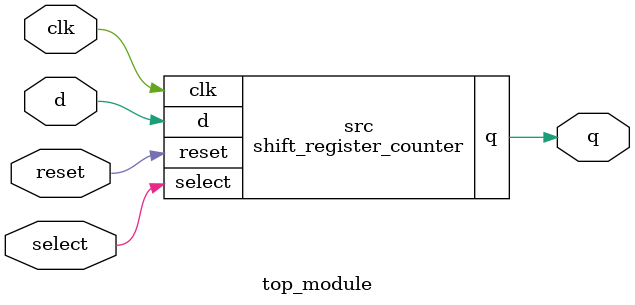
<source format=v>
module shift_register_counter (
  input clk,
  input reset,
  input d,
  input select,
  output reg q
);

  reg [2:0] shift_reg;
  reg [1:0] counter;

  always @(posedge clk) begin
    if (reset) begin
      shift_reg <= 3'b000;
      counter <= 2'b00;
    end else begin
      if (select) begin
        // Shift register is active
        shift_reg <= {shift_reg[1:0], d};
        q <= shift_reg[2];
      end else begin
        // Counter is active
        counter <= counter + 1;
        q <= counter;
      end
    end
  end

endmodule

module top_module (
  input clk,
  input reset,
  input d,
  input select,
  output q
);

  shift_register_counter src (
    .clk(clk),
    .reset(reset),
    .d(d),
    .select(select),
    .q(q)
  );

endmodule
</source>
